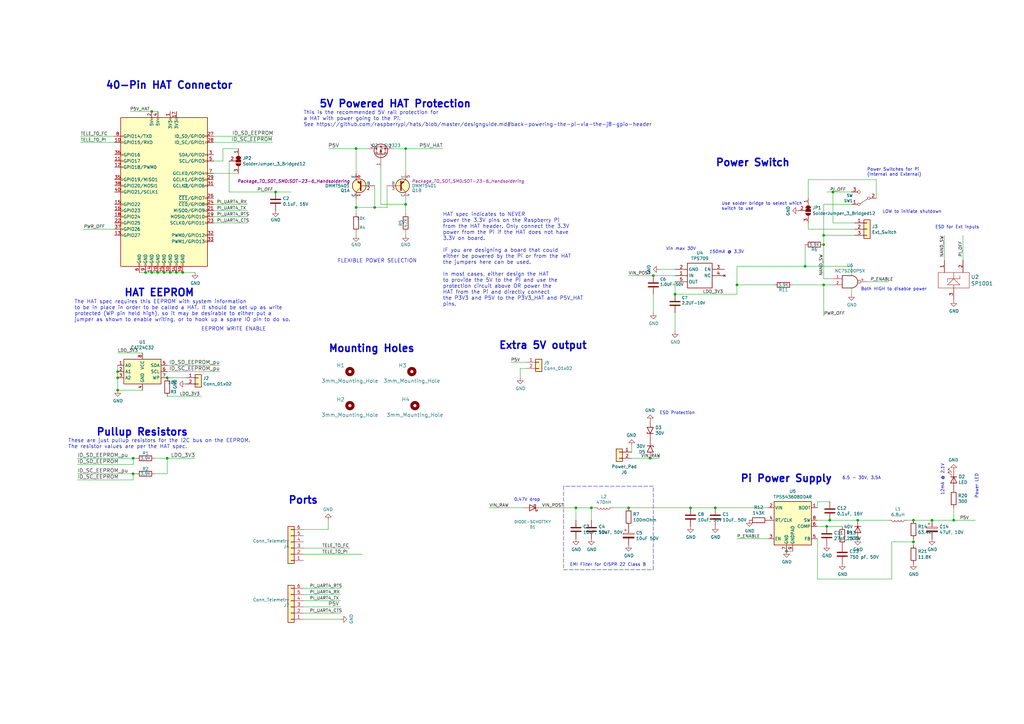
<source format=kicad_sch>
(kicad_sch (version 20211123) (generator eeschema)
  (paper "A3")
  (title_block (title "PiConnect Lite") (date "2020-08-16") (rev "1.4") (company "Stephen Dade"))
  (junction (at 54.61 194.31))
  (junction (at 341.63 78.74))
  (junction (at 293.37 208.28))
  (junction (at 337.82 116.84))
  (junction (at 166.37 83.82))
  (junction (at 266.7 187.96))
  (junction (at 48.26 152.4))
  (junction (at 276.86 120.65))
  (junction (at 283.21 208.28))
  (junction (at 337.82 100.33))
  (junction (at 382.27 213.36))
  (junction (at 146.05 60.96))
  (junction (at 166.37 60.96))
  (junction (at 62.23 111.76))
  (junction (at 242.57 208.28))
  (junction (at 62.23 45.72))
  (junction (at 68.58 187.96))
  (junction (at 69.85 111.76))
  (junction (at 374.65 222.25))
  (junction (at 257.81 208.28))
  (junction (at 59.69 111.76))
  (junction (at 374.65 213.36))
  (junction (at 153.67 85.09))
  (junction (at 330.2 109.22))
  (junction (at 236.22 208.28))
  (junction (at 72.39 111.76))
  (junction (at 48.26 160.02))
  (junction (at 302.26 116.84))
  (junction (at 48.26 154.94))
  (junction (at 64.77 111.76))
  (junction (at 339.09 215.9))
  (junction (at 67.31 111.76))
  (junction (at 340.36 213.36))
  (junction (at 391.16 213.36))
  (junction (at 337.82 96.52))
  (junction (at 351.79 213.36))
  (junction (at 74.93 111.76))
  (junction (at 54.61 187.96))
  (junction (at 68.58 154.94))
  (junction (at 146.05 85.09))
  (junction (at 113.03 78.74))
  (junction (at 267.97 113.03))
  (junction (at 322.58 226.06))
  (wire (pts (xy 156.21 83.82) (xy 166.37 83.82)))
  (wire (pts (xy 166.37 81.28) (xy 166.37 83.82)))
  (wire (pts (xy 349.25 118.11) (xy 349.25 120.65)))
  (wire (pts (xy 124.46 251.46) (xy 139.7 251.46)))
  (wire (pts (xy 214.63 208.28) (xy 200.66 208.28)))
  (wire (pts (xy 91.44 60.96) (xy 91.44 66.04)))
  (wire (pts (xy 87.63 91.44) (xy 101.6 91.44)))
  (wire (pts (xy 54.61 190.5) (xy 54.61 187.96)))
  (wire (pts (xy 259.08 185.42) (xy 259.08 182.88)))
  (wire (pts (xy 293.37 208.28) (xy 314.96 208.28)))
  (polyline (pts (xy 267.97 199.39) (xy 231.14 199.39)))
  (wire (pts (xy 341.63 91.44) (xy 341.63 78.74)))
  (wire (pts (xy 62.23 111.76) (xy 64.77 111.76)))
  (wire (pts (xy 365.76 222.25) (xy 365.76 237.49)))
  (wire (pts (xy 54.61 196.85) (xy 31.75 196.85)))
  (wire (pts (xy 341.63 91.44) (xy 350.52 91.44)))
  (wire (pts (xy 68.58 154.94) (xy 76.2 154.94)))
  (wire (pts (xy 365.76 222.25) (xy 374.65 222.25)))
  (wire (pts (xy 93.98 66.04) (xy 93.98 78.74)))
  (wire (pts (xy 215.9 148.59) (xy 209.55 148.59)))
  (wire (pts (xy 69.85 111.76) (xy 72.39 111.76)))
  (wire (pts (xy 335.28 208.28) (xy 335.28 205.74)))
  (wire (pts (xy 134.62 60.96) (xy 146.05 60.96)))
  (wire (pts (xy 31.75 187.96) (xy 54.61 187.96)))
  (wire (pts (xy 330.2 109.22) (xy 302.26 109.22)))
  (wire (pts (xy 251.46 208.28) (xy 257.81 208.28)))
  (wire (pts (xy 58.42 160.02) (xy 48.26 160.02)))
  (wire (pts (xy 67.31 111.76) (xy 69.85 111.76)))
  (wire (pts (xy 257.81 113.03) (xy 267.97 113.03)))
  (wire (pts (xy 54.61 194.31) (xy 55.88 194.31)))
  (wire (pts (xy 331.47 81.28) (xy 331.47 73.66)))
  (wire (pts (xy 394.97 106.68) (xy 394.97 96.52)))
  (wire (pts (xy 34.29 93.98) (xy 46.99 93.98)))
  (wire (pts (xy 156.21 83.82) (xy 156.21 68.58)))
  (wire (pts (xy 302.26 116.84) (xy 302.26 120.65)))
  (wire (pts (xy 391.16 208.28) (xy 391.16 213.36)))
  (wire (pts (xy 124.46 227.33) (xy 148.59 227.33)))
  (wire (pts (xy 87.63 86.36) (xy 101.6 86.36)))
  (wire (pts (xy 337.82 114.3) (xy 341.63 114.3)))
  (wire (pts (xy 124.46 254) (xy 139.7 254)))
  (wire (pts (xy 161.29 60.96) (xy 166.37 60.96)))
  (wire (pts (xy 63.5 187.96) (xy 68.58 187.96)))
  (wire (pts (xy 335.28 205.74) (xy 340.36 205.74)))
  (wire (pts (xy 31.75 194.31) (xy 54.61 194.31)))
  (wire (pts (xy 257.81 208.28) (xy 283.21 208.28)))
  (wire (pts (xy 302.26 116.84) (xy 317.5 116.84)))
  (wire (pts (xy 153.67 76.2) (xy 153.67 85.09)))
  (wire (pts (xy 337.82 83.82) (xy 337.82 96.52)))
  (wire (pts (xy 259.08 187.96) (xy 266.7 187.96)))
  (wire (pts (xy 54.61 187.96) (xy 55.88 187.96)))
  (wire (pts (xy 146.05 71.12) (xy 146.05 60.96)))
  (wire (pts (xy 166.37 60.96) (xy 181.61 60.96)))
  (wire (pts (xy 46.99 58.42) (xy 33.02 58.42)))
  (wire (pts (xy 267.97 120.65) (xy 267.97 128.27)))
  (wire (pts (xy 337.82 96.52) (xy 337.82 100.33)))
  (wire (pts (xy 58.42 144.78) (xy 48.26 144.78)))
  (wire (pts (xy 68.58 149.86) (xy 90.17 149.86)))
  (wire (pts (xy 350.52 93.98) (xy 331.47 93.98)))
  (wire (pts (xy 337.82 116.84) (xy 341.63 116.84)))
  (wire (pts (xy 166.37 83.82) (xy 166.37 87.63)))
  (wire (pts (xy 359.41 73.66) (xy 359.41 81.28)))
  (wire (pts (xy 322.58 226.06) (xy 325.12 226.06)))
  (wire (pts (xy 57.15 111.76) (xy 59.69 111.76)))
  (wire (pts (xy 146.05 85.09) (xy 153.67 85.09)))
  (wire (pts (xy 267.97 113.03) (xy 276.86 113.03)))
  (wire (pts (xy 124.46 246.38) (xy 139.7 246.38)))
  (wire (pts (xy 87.63 83.82) (xy 101.6 83.82)))
  (wire (pts (xy 87.63 55.88) (xy 111.76 55.88)))
  (wire (pts (xy 243.84 208.28) (xy 242.57 208.28)))
  (wire (pts (xy 124.46 217.17) (xy 134.62 217.17)))
  (wire (pts (xy 350.52 96.52) (xy 337.82 96.52)))
  (wire (pts (xy 349.25 109.22) (xy 330.2 109.22)))
  (wire (pts (xy 374.65 222.25) (xy 374.65 223.52)))
  (polyline (pts (xy 231.14 233.68) (xy 267.97 233.68)))
  (wire (pts (xy 87.63 88.9) (xy 101.6 88.9)))
  (wire (pts (xy 374.65 213.36) (xy 382.27 213.36)))
  (wire (pts (xy 64.77 45.72) (xy 62.23 45.72)))
  (wire (pts (xy 64.77 111.76) (xy 67.31 111.76)))
  (wire (pts (xy 68.58 187.96) (xy 80.01 187.96)))
  (wire (pts (xy 340.36 213.36) (xy 351.79 213.36)))
  (wire (pts (xy 349.25 83.82) (xy 337.82 83.82)))
  (wire (pts (xy 124.46 248.92) (xy 139.7 248.92)))
  (wire (pts (xy 335.28 237.49) (xy 365.76 237.49)))
  (polyline (pts (xy 231.14 199.39) (xy 231.14 233.68)))
  (wire (pts (xy 48.26 149.86) (xy 48.26 152.4)))
  (wire (pts (xy 153.67 85.09) (xy 158.75 85.09)))
  (wire (pts (xy 68.58 152.4) (xy 90.17 152.4)))
  (wire (pts (xy 349.25 78.74) (xy 341.63 78.74)))
  (wire (pts (xy 87.63 58.42) (xy 111.76 58.42)))
  (wire (pts (xy 124.46 241.3) (xy 139.7 241.3)))
  (wire (pts (xy 382.27 213.36) (xy 391.16 213.36)))
  (wire (pts (xy 124.46 243.84) (xy 139.7 243.84)))
  (wire (pts (xy 68.58 194.31) (xy 68.58 187.96)))
  (wire (pts (xy 335.28 220.98) (xy 335.28 237.49)))
  (wire (pts (xy 46.99 55.88) (xy 33.02 55.88)))
  (wire (pts (xy 222.25 208.28) (xy 236.22 208.28)))
  (wire (pts (xy 213.36 151.13) (xy 213.36 154.94)))
  (wire (pts (xy 93.98 78.74) (xy 113.03 78.74)))
  (wire (pts (xy 146.05 60.96) (xy 151.13 60.96)))
  (wire (pts (xy 215.9 151.13) (xy 213.36 151.13)))
  (wire (pts (xy 276.86 115.57) (xy 276.86 120.65)))
  (wire (pts (xy 158.75 85.09) (xy 158.75 76.2)))
  (wire (pts (xy 331.47 93.98) (xy 331.47 91.44)))
  (wire (pts (xy 72.39 111.76) (xy 74.93 111.76)))
  (wire (pts (xy 87.63 71.12) (xy 97.79 71.12)))
  (wire (pts (xy 54.61 196.85) (xy 54.61 194.31)))
  (wire (pts (xy 166.37 71.12) (xy 166.37 60.96)))
  (wire (pts (xy 335.28 215.9) (xy 339.09 215.9)))
  (wire (pts (xy 74.93 111.76) (xy 80.01 111.76)))
  (wire (pts (xy 146.05 81.28) (xy 146.05 85.09)))
  (wire (pts (xy 349.25 113.03) (xy 349.25 109.22)))
  (wire (pts (xy 391.16 213.36) (xy 400.05 213.36)))
  (wire (pts (xy 330.2 100.33) (xy 330.2 109.22)))
  (wire (pts (xy 166.37 96.52) (xy 166.37 95.25)))
  (wire (pts (xy 325.12 116.84) (xy 337.82 116.84)))
  (wire (pts (xy 59.69 111.76) (xy 62.23 111.76)))
  (wire (pts (xy 54.61 190.5) (xy 31.75 190.5)))
  (wire (pts (xy 68.58 162.56) (xy 82.55 162.56)))
  (wire (pts (xy 146.05 85.09) (xy 146.05 87.63)))
  (wire (pts (xy 146.05 96.52) (xy 146.05 95.25)))
  (wire (pts (xy 341.63 78.74) (xy 339.09 78.74)))
  (wire (pts (xy 372.11 213.36) (xy 374.65 213.36)))
  (wire (pts (xy 266.7 187.96) (xy 270.51 187.96)))
  (wire (pts (xy 124.46 224.79) (xy 143.51 224.79)))
  (wire (pts (xy 302.26 220.98) (xy 314.96 220.98)))
  (wire (pts (xy 351.79 213.36) (xy 364.49 213.36)))
  (wire (pts (xy 242.57 208.28) (xy 242.57 213.36)))
  (wire (pts (xy 355.6 115.57) (xy 364.49 115.57)))
  (wire (pts (xy 97.79 60.96) (xy 91.44 60.96)))
  (polyline (pts (xy 267.97 233.68) (xy 267.97 199.39)))
  (wire (pts (xy 276.86 120.65) (xy 302.26 120.65)))
  (wire (pts (xy 48.26 152.4) (xy 48.26 154.94)))
  (wire (pts (xy 283.21 208.28) (xy 293.37 208.28)))
  (wire (pts (xy 337.82 100.33) (xy 337.82 114.3)))
  (wire (pts (xy 335.28 213.36) (xy 340.36 213.36)))
  (wire (pts (xy 339.09 215.9) (xy 345.44 215.9)))
  (wire (pts (xy 387.35 106.68) (xy 387.35 96.52)))
  (wire (pts (xy 276.86 110.49) (xy 270.51 110.49)))
  (wire (pts (xy 68.58 194.31) (xy 63.5 194.31)))
  (wire (pts (xy 91.44 66.04) (xy 87.63 66.04)))
  (wire (pts (xy 337.82 116.84) (xy 337.82 129.54)))
  (wire (pts (xy 113.03 78.74) (xy 119.38 78.74)))
  (wire (pts (xy 331.47 73.66) (xy 359.41 73.66)))
  (wire (pts (xy 302.26 109.22) (xy 302.26 116.84)))
  (wire (pts (xy 62.23 45.72) (xy 53.34 45.72)))
  (wire (pts (xy 276.86 128.27) (xy 276.86 135.89)))
  (wire (pts (xy 48.26 154.94) (xy 48.26 160.02)))
  (wire (pts (xy 242.57 208.28) (xy 236.22 208.28)))
  (wire (pts (xy 374.65 220.98) (xy 374.65 222.25)))
  (wire (pts (xy 236.22 208.28) (xy 236.22 213.36)))
  (wire (pts (xy 134.62 217.17) (xy 134.62 213.36)))
  (text "12mA @ 2.1V" (at 387.35 203.2 90) (effects (font (size 1.27 1.27)) (justify left bottom)))
  (text "ESD Protection" (at 270.51 170.18 0) (effects (font (size 1.27 1.27)) (justify left bottom)))
  (text "Mounting Holes" (at 134.62 144.78 0) (effects (font (size 2.9972 2.9972) (thickness 0.5994) bold) (justify left bottom)))
  (text "HAT spec indicates to NEVER\npower the 3.3V pins on the Raspberry Pi \nfrom the HAT header. Only connect the 3.3V\npower from the Pi if the HAT does not have\n3.3V on board.\n\nIF you are designing a board that could\neither be powered by the Pi or from the HAT\nthe jumpers here can be used.\n\nIn most cases, either design the HAT \nto provide the 5V to the Pi and use the\nprotection circuit above OR power the\nHAT from the Pi and directly connect\nthe P3V3 and P5V to the P3V3_HAT and P5V_HAT\npins." (at 181.61 125.73 0) (effects (font (size 1.524 1.524)) (justify left bottom)))
  (text "Both HIGH to disable power" (at 353.06 119.38 0) (effects (font (size 1.27 1.27)) (justify left bottom)))
  (text "Power Switch" (at 293.37 68.58 0) (effects (font (size 2.9972 2.9972) (thickness 0.5994) bold) (justify left bottom)))
  (text "HAT EEPROM" (at 50.8 121.92 0) (effects (font (size 2.9972 2.9972) (thickness 0.5994) bold) (justify left bottom)))
  (text "EMI Filter for CISPR 22 Class B" (at 233.68 232.41 0) (effects (font (size 1.27 1.27)) (justify left bottom)))
  (text "150mA @ 3.3V" (at 290.83 104.14 0) (effects (font (size 1.27 1.27) italic) (justify left bottom)))
  (text "EEPROM WRITE ENABLE" (at 82.55 135.89 0) (effects (font (size 1.524 1.524)) (justify left bottom)))
  (text "Ports" (at 118.11 207.01 0) (effects (font (size 2.9972 2.9972) (thickness 0.5994) bold) (justify left bottom)))
  (text "FLEXIBLE POWER SELECTION" (at 138.43 107.95 0) (effects (font (size 1.524 1.524)) (justify left bottom)))
  (text "6.5 - 30V, 3.5A" (at 345.44 196.85 0) (effects (font (size 1.27 1.27)) (justify left bottom)))
  (text "Use solder bridge to select which\nswitch to use" (at 295.91 86.36 0) (effects (font (size 1.27 1.27)) (justify left bottom)))
  (text "Pi Power Supply" (at 303.53 198.12 0) (effects (font (size 2.9972 2.9972) (thickness 0.5994) bold) (justify left bottom)))
  (text "Pullup Resistors" (at 39.37 179.07 0) (effects (font (size 2.9972 2.9972) (thickness 0.5994) bold) (justify left bottom)))
  (text "Power Switches for Pi\n(Internal and External)" (at 355.6 72.39 0) (effects (font (size 1.27 1.27)) (justify left bottom)))
  (text "The HAT spec requires this EEPROM with system information\nto be in place in order to be called a HAT. It should be set up as write\nprotected (WP pin held high), so it may be desirable to either put a \njumper as shown to enable writing, or to hook up a spare IO pin to do so." (at 30.48 132.08 0) (effects (font (size 1.524 1.524)) (justify left bottom)))
  (text "0.47V drop" (at 210.82 205.74 0) (effects (font (size 1.27 1.27)) (justify left bottom)))
  (text "Vin max 30V" (at 273.05 102.87 0) (effects (font (size 1.27 1.27) italic) (justify left bottom)))
  (text "LOW to initiate shutdown" (at 361.95 87.63 0) (effects (font (size 1.27 1.27)) (justify left bottom)))
  (text "This is the recommended 5V rail protection for \na HAT with power going to the Pi.\nSee https://github.com/raspberrypi/hats/blob/master/designguide.md#back-powering-the-pi-via-the-j8-gpio-header" (at 124.46 52.07 0) (effects (font (size 1.524 1.524)) (justify left bottom)))
  (text "ESD for Ext inputs" (at 383.54 93.98 0) (effects (font (size 1.27 1.27)) (justify left bottom)))
  (text "These are just pullup resistors for the I2C bus on the EEPROM.\nThe resistor values are per the HAT spec." (at 27.94 184.15 0) (effects (font (size 1.524 1.524)) (justify left bottom)))
  (text "Power LED" (at 401.32 204.47 90) (effects (font (size 1.27 1.27)) (justify left bottom)))
  (text "Extra 5V output" (at 204.47 143.51 0) (effects (font (size 2.9972 2.9972) (thickness 0.5994) bold) (justify left bottom)))
  (text "40-Pin HAT Connector" (at 43.18 36.83 0) (effects (font (size 2.9972 2.9972) (thickness 0.5994) bold) (justify left bottom)))
  (text "5V Powered HAT Protection" (at 130.81 44.45 0) (effects (font (size 2.9972 2.9972) (thickness 0.5994) bold) (justify left bottom)))
  (label "PI_UART4_RX" (at 127 243.84 0))
  (label "ID_SC_EEPROM" (at 31.75 196.85 0) (effects (font (size 1.524 1.524))))
  (label "ID_SD_EEPROM" (at 95.25 55.88 0) (effects (font (size 1.524 1.524))))
  (label "PI_UART4_CTS" (at 127 251.46 0))
  (label "PI_UART4_CTS" (at 88.9 91.44 0))
  (label "LDO_3V3" (at 288.29 120.65 0))
  (label "PWR_OFF" (at 34.29 93.98 0) (effects (font italic)))
  (label "TELE_TO_PI" (at 132.08 227.33 0))
  (label "LDO_3V3" (at 73.66 162.56 0))
  (label "VIN_POST" (at 257.81 113.03 0))
  (label "P5V" (at 209.55 148.59 0))
  (label "TELE_TO_FC" (at 132.08 224.79 0))
  (label "PI_UART4_RX" (at 88.9 83.82 0))
  (label "PI_OFF" (at 394.97 105.41 90) (effects (font italic)))
  (label "NAND_SW" (at 337.82 113.03 90))
  (label "PI_UART4_RTS" (at 88.9 88.9 0))
  (label "P5V_HAT" (at 181.61 60.96 180) (effects (font (size 1.524 1.524))))
  (label "ID_SD_EEPROM" (at 31.75 190.5 0) (effects (font (size 1.524 1.524))))
  (label "TELE_TO_FC" (at 33.02 55.88 0))
  (label "VIN_POST" (at 222.25 208.28 0))
  (label "ID_SC_EEPROM" (at 111.76 58.42 180) (effects (font (size 1.524 1.524))))
  (label "PWR_OFF" (at 337.82 129.54 0) (effects (font italic)))
  (label "ID_SC_EEPROM_pu" (at 31.75 194.31 0) (effects (font (size 1.524 1.524))))
  (label "P5V" (at 134.62 60.96 0) (effects (font (size 1.524 1.524))))
  (label "PI_OFF" (at 340.36 78.74 0) (effects (font italic)))
  (label "NAND_SW" (at 387.35 105.41 90))
  (label "VIN_RAW" (at 262.89 187.96 0))
  (label "P5V" (at 393.7 213.36 0))
  (label "VIN_RAW" (at 200.66 208.28 0))
  (label "LDO_3V3" (at 80.01 187.96 180) (effects (font (size 1.524 1.524))))
  (label "PI_OFF" (at 105.41 78.74 0) (effects (font italic)))
  (label "P_ENABLE" (at 302.26 220.98 0))
  (label "P5V_HAT" (at 53.34 45.72 0))
  (label "PI_UART4_TX" (at 88.9 86.36 0))
  (label "LDO_3V3" (at 48.26 144.78 0))
  (label "P5V" (at 134.62 248.92 0) (effects (font (size 1.524 1.524))))
  (label "ID_SC_EEPROM_pu" (at 90.17 152.4 180) (effects (font (size 1.524 1.524))))
  (label "PI_UART4_TX" (at 127 246.38 0))
  (label "ID_SD_EEPROM_pu" (at 31.75 187.96 0) (effects (font (size 1.524 1.524))))
  (label "PI_UART4_RTS" (at 127 241.3 0))
  (label "TELE_TO_PI" (at 33.02 58.42 0))
  (label "ID_SD_EEPROM_pu" (at 90.17 149.86 180) (effects (font (size 1.524 1.524))))
  (label "P_ENABLE" (at 356.87 115.57 0) (effects (font italic)))
  (symbol (lib_id "Mechanical:MountingHole") (at 143.51 152.4 0) (unit 1) (in_bom no)
    (property "Reference" "H1" (at 139.7 149.86 0) (effects (font (size 1.524 1.524))))
    (property "Value" "3mm_Mounting_Hole" (at 143.51 156.21 0) (effects (font (size 1.524 1.524))))
    (property "Footprint" "MountingHole:MountingHole_3.2mm_M3_ISO7380" (effects hide))
  )
  (symbol (lib_id "Mechanical:MountingHole") (at 168.91 152.4 0) (unit 1) (in_bom no)
    (property "Reference" "H3" (at 165.1 149.86 0) (effects (font (size 1.524 1.524))))
    (property "Value" "3mm_Mounting_Hole" (at 168.91 156.21 0) (effects (font (size 1.524 1.524))))
    (property "Footprint" "MountingHole:MountingHole_3.2mm_M3_ISO7380" (effects hide))
  )
  (symbol (lib_id "Mechanical:MountingHole") (at 143.51 166.37 0) (unit 1) (in_bom no)
    (property "Reference" "H2" (at 139.7 163.83 0) (effects (font (size 1.524 1.524))))
    (property "Value" "3mm_Mounting_Hole" (at 143.51 170.18 0) (effects (font (size 1.524 1.524))))
    (property "Footprint" "MountingHole:MountingHole_3.2mm_M3_ISO7380" (effects hide))
  )
  (symbol (lib_id "Mechanical:MountingHole") (at 170.18 166.37 0) (unit 1) (in_bom no)
    (property "Reference" "H4" (at 166.37 163.83 0) (effects (font (size 1.524 1.524))))
    (property "Value" "3mm_Mounting_Hole" (at 170.18 170.18 0) (effects (font (size 1.524 1.524))))
    (property "Footprint" "MountingHole:MountingHole_3.2mm_M3_ISO7380" (effects hide))
  )
  (symbol (lib_id "Connector:Raspberry_Pi_2_3") (at 67.31 78.74 0) (unit 1)
    (property "Reference" "J1" (at 76.2 76.2 0))
    (property "Value" "40HAT" (effects hide))
    (property "Footprint" "Connector_PinSocket_2.54mm:PinSocket_2x20_P2.54mm_Vertical" (effects hide))
    (property "MFR" "Sullins Connector Solutions" (effects hide))
    (property "MPN" "PPPC202LFBN-RC" (effects hide))
    (property "SPN" "S7123-ND" (effects hide))
    (property "SPR" "Digikey" (effects hide))
    (property "Max Temp (C)" "105" (effects hide))
    (property "Min Temp (C)" "-40" (effects hide))
  )
  (symbol (lib_id "Transistor_FET:Si2371EDS") (at 156.21 63.5 90) (unit 1)
    (property "Reference" "Q2" (at 152.4 59.69 90) (effects (justify right)))
    (property "Value" "SI2323" (at 157.48 59.69 90) (effects (justify right)))
    (property "Footprint" "Package_TO_SOT_SMD:SOT-23" (effects hide))
    (property "MFR" "Vishay Siliconix" (effects hide))
    (property "MPN" "SI2323DDS-T1-GE3" (effects hide))
    (property "SPN" "SI2323DDS-T1-GE3CT-ND" (effects hide))
    (property "SPR" "Digikey" (effects hide))
    (property "Max Temp (C)" "150" (effects hide))
    (property "Min Temp (C)" "-55" (effects hide))
  )
  (symbol (lib_id "PiBits:DMMT5401") (at 148.59 76.2 180) (unit 1)
    (property "Reference" "Q1" (at 143.51 78.105 0) (effects (justify left)))
    (property "Value" "DMMT5401" (at 143.51 76.2 0) (effects (justify left)))
    (property "Footprint" "Package_TO_SOT_SMD:SOT-23-6_Handsoldering" (at 143.51 74.295 0) (effects (font italic) (justify left)))
    (property "MFR" "DiodesZetex" (effects hide))
    (property "MPN" "DMMT5401-7-F" (effects hide))
    (property "SPN" "DMMT5401-FDICT-ND" (effects hide))
    (property "SPR" "Digikey" (effects hide))
    (property "Max Temp (C)" "150" (effects hide))
    (property "Min Temp (C)" "-55" (effects hide))
  )
  (symbol (lib_id "PiBits:DMMT5401") (at 163.83 76.2 0) (mirror x) (unit 2)
    (property "Reference" "Q1" (at 168.91 78.105 0) (effects (justify left)))
    (property "Value" "DMMT5401" (at 168.91 76.2 0) (effects (justify left)))
    (property "Footprint" "Package_TO_SOT_SMD:SOT-23-6_Handsoldering" (at 168.91 74.295 0) (effects (font italic) (justify left)))
    (property "MFR" "DiodesZetex" (effects hide))
    (property "MPN" "DMMT5401-7-F" (effects hide))
    (property "SPN" "DMMT5401-FDICT-ND" (effects hide))
    (property "SPR" "Digikey" (effects hide))
    (property "Max Temp (C)" "150" (effects hide))
    (property "Min Temp (C)" "-55" (effects hide))
  )
  (symbol (lib_id "Device:R") (at 146.05 91.44 180) (unit 1)
    (property "Reference" "R4" (at 149.86 92.71 0) (effects (font (size 1.143 1.143)) (justify left bottom)))
    (property "Value" "10K" (at 149.86 88.9 0) (effects (font (size 1.143 1.143)) (justify left bottom)))
    (property "Footprint" "Resistor_SMD:R_0603_1608Metric" (effects hide))
    (property "MPN" "ERJ-3EKF1002V" (effects hide))
    (property "SPR" "Digikey" (effects hide))
    (property "SPN" "P10.0KHCT-ND" (effects hide))
    (property "MFR" "Panasonic Electronic Components" (effects hide))
    (property "Max Temp (C)" "155" (effects hide))
    (property "Min Temp (C)" "-55" (effects hide))
  )
  (symbol (lib_id "Device:R") (at 166.37 91.44 180) (unit 1)
    (property "Reference" "R5" (at 164.338 91.44 90))
    (property "Value" "47K" (at 166.37 91.44 90))
    (property "Footprint" "Resistor_SMD:R_0402_1005Metric" (effects hide))
    (property "MPN" "RC0402JR-0747KL" (effects hide))
    (property "SPR" "Digikey" (effects hide))
    (property "SPN" "311-47KJRCT-ND" (effects hide))
    (property "MFR" "Yageo" (effects hide))
    (property "Max Temp (C)" "155" (effects hide))
    (property "Min Temp (C)" "-55" (effects hide))
  )
  (symbol (lib_id "power:GND") (at 146.05 96.52 0) (unit 1)
    (property "Reference" "#PWR07" (effects hide))
    (property "Value" "GND" (at 146.05 100.33 0))
  )
  (symbol (lib_id "power:GND") (at 166.37 96.52 0) (unit 1)
    (property "Reference" "#PWR011" (effects hide))
    (property "Value" "GND" (at 166.37 100.33 0))
  )
  (symbol (lib_id "Device:R") (at 59.69 187.96 90) (unit 1)
    (property "Reference" "R1" (at 59.69 185.928 90))
    (property "Value" "3.9K" (at 59.69 187.96 90))
    (property "Footprint" "Resistor_SMD:R_0603_1608Metric" (effects hide))
    (property "MPN" "RC0603JR-073K9L" (effects hide))
    (property "SPR" "Digikey" (effects hide))
    (property "SPN" "311-3.9KGRCT-ND" (effects hide))
    (property "MFR" "Yageo" (effects hide))
    (property "Max Temp (C)" "155" (effects hide))
    (property "Min Temp (C)" "-55" (effects hide))
  )
  (symbol (lib_id "Device:R") (at 59.69 194.31 90) (unit 1)
    (property "Reference" "R2" (at 59.69 192.278 90))
    (property "Value" "3.9K" (at 59.69 194.31 90))
    (property "Footprint" "Resistor_SMD:R_0603_1608Metric" (effects hide))
    (property "MPN" "RC0603JR-073K9L" (effects hide))
    (property "SPR" "Digikey" (effects hide))
    (property "SPN" "311-3.9KGRCT-ND" (effects hide))
    (property "MFR" "Yageo" (effects hide))
    (property "Max Temp (C)" "155" (effects hide))
    (property "Min Temp (C)" "-55" (effects hide))
  )
  (symbol (lib_id "Device:R") (at 321.31 116.84 270) (unit 1)
    (property "Reference" "R11" (at 321.31 118.872 90))
    (property "Value" "3.9K" (at 321.31 116.84 90))
    (property "Footprint" "Resistor_SMD:R_0603_1608Metric" (effects hide))
    (property "MPN" "RC0603JR-073K9L" (effects hide))
    (property "SPR" "Digikey" (effects hide))
    (property "SPN" "311-3.9KGRCT-ND" (effects hide))
    (property "MFR" "Yageo" (effects hide))
    (property "Max Temp (C)" "155" (effects hide))
    (property "Min Temp (C)" "-55" (effects hide))
  )
  (symbol (lib_id "74xGxx:74AHC1G00") (at 349.25 115.57 0) (unit 1)
    (property "Reference" "U6" (at 348.615 108.7882 0))
    (property "Value" "NC7SZ00P5X" (at 348.615 111.0996 0))
    (property "Footprint" "Silicon-Standard:SC70" (effects hide))
    (property "MFR" "ON Semiconductor" (effects hide))
    (property "MPN" "NC7SZ00P5X" (effects hide))
    (property "SPN" "NC7SZ00P5XCT-ND" (effects hide))
    (property "SPR" "Digikey" (effects hide))
    (property "Max Temp (C)" "85" (effects hide))
    (property "Min Temp (C)" "-40" (effects hide))
  )
  (symbol (lib_id "Device:C") (at 267.97 116.84 0) (unit 1)
    (property "Reference" "C6" (at 270.7132 114.5032 0) (effects (font (size 1.143 1.143)) (justify left)))
    (property "Value" "1.0UF-50V" (at 270.7132 116.6368 0) (effects (font (size 1.143 1.143)) (justify left)))
    (property "Footprint" "Capacitor_SMD:C_0805_2012Metric" (effects hide))
    (property "MFR" "Yageo" (effects hide))
    (property "MPN" "CC0805KKX7R9BB105" (effects hide))
    (property "SPN" "311-1886-1-ND" (effects hide))
    (property "Max Temp (C)" "125" (effects hide))
    (property "Min Temp (C)" "-55" (effects hide))
    (property "SPR" "Digikey" (effects hide))
  )
  (symbol (lib_id "Device:C") (at 276.86 124.46 0) (unit 1)
    (property "Reference" "C7" (at 279.6032 122.1232 0) (effects (font (size 1.143 1.143)) (justify left)))
    (property "Value" "2.2UF-10V" (at 279.6032 124.2568 0) (effects (font (size 1.143 1.143)) (justify left)))
    (property "Footprint" "Capacitor_SMD:C_0402_1005Metric" (effects hide))
    (property "MFR" "Murata Electronics" (effects hide))
    (property "MPN" "GRM155R61A225KE95D" (effects hide))
    (property "SPN" "490-10451-1-ND" (effects hide))
    (property "SPR" "Digikey" (effects hide))
    (property "Max Temp (C)" "85" (effects hide))
    (property "Min Temp (C)" "-55" (effects hide))
  )
  (symbol (lib_id "Connector_Generic:Conn_01x02") (at 254 185.42 0) (mirror y) (unit 1) (in_bom no)
    (property "Reference" "J6" (at 256.032 193.675 0))
    (property "Value" "Power_Pad" (at 256.032 191.3636 0))
    (property "Footprint" "Connector_Molex:Molex_Nano-Fit_105313-xx02_1x02_P2.50mm_Horizontal" (effects hide))
    (property "MFR" "Molex" (effects hide))
    (property "MPN" "1053131102" (effects hide))
    (property "SPN" "WM16893-ND" (effects hide))
    (property "SPR" "Digikey" (effects hide))
  )
  (symbol (lib_id "power:GND") (at 259.08 182.88 180) (unit 1)
    (property "Reference" "#PWR021" (effects hide))
    (property "Value" "GND" (at 258.953 178.4858 0))
  )
  (symbol (lib_id "power:GND") (at 267.97 128.27 0) (unit 1)
    (property "Reference" "#PWR019" (effects hide))
    (property "Value" "GND" (at 268.097 132.6642 0))
  )
  (symbol (lib_id "power:GND") (at 270.51 110.49 270) (unit 1)
    (property "Reference" "#PWR020" (effects hide))
    (property "Value" "GND" (at 266.1158 110.617 0))
  )
  (symbol (lib_id "power:GND") (at 276.86 135.89 0) (unit 1)
    (property "Reference" "#PWR022" (effects hide))
    (property "Value" "GND" (at 276.987 140.2842 0))
  )
  (symbol (lib_id "power:GND") (at 349.25 120.65 0) (unit 1)
    (property "Reference" "#PWR029" (effects hide))
    (property "Value" "GND" (at 349.377 125.0442 0))
  )
  (symbol (lib_id "power:GND") (at 48.26 160.02 0) (unit 1)
    (property "Reference" "#PWR02" (effects hide))
    (property "Value" "GND" (at 48.387 164.4142 0))
  )
  (symbol (lib_id "power:GND") (at 80.01 111.76 0) (unit 1)
    (property "Reference" "#PWR04" (effects hide))
    (property "Value" "GND" (at 80.137 116.1542 0))
  )
  (symbol (lib_id "TI_additional:TPS709") (at 287.02 113.03 0) (unit 1)
    (property "Reference" "U4" (at 287.02 103.7082 0))
    (property "Value" "TPS709" (at 287.02 106.0196 0))
    (property "Footprint" "Package_TO_SOT_SMD:SOT-23-5_HandSoldering" (effects hide))
    (property "MFR" "TI" (effects hide))
    (property "MPN" "TPS70933DBVR" (effects hide))
    (property "SPN" "296-35483-1-ND" (effects hide))
    (property "SPR" "Digikey" (effects hide))
    (property "Max Temp (C)" "125" (effects hide))
    (property "Min Temp (C)" "-40" (effects hide))
  )
  (symbol (lib_id "Connector_Generic:Conn_01x06") (at 119.38 224.79 180) (unit 1)
    (property "Reference" "J4" (at 118.6688 224.1804 0) (effects (justify left)))
    (property "Value" "Conn_Telemetry" (at 118.6688 221.869 0) (effects (justify left)))
    (property "Footprint" "Connector_JST:JST_GH_SM06B-GHS-TB_1x06-1MP_P1.25mm_Horizontal" (effects hide))
    (property "MFR" "JST Sales America Inc." (effects hide))
    (property "MPN" "SM06B-GHS-TB(LF)(SN)" (effects hide))
    (property "SPN" "455-1568-1-ND" (effects hide))
    (property "SPR" "Digikey" (effects hide))
    (property "Max Temp (C)" "85" (effects hide))
    (property "Min Temp (C)" "-25" (effects hide))
  )
  (symbol (lib_id "power:GND") (at 134.62 213.36 180) (unit 1)
    (property "Reference" "#PWR09" (effects hide))
    (property "Value" "GND" (at 134.493 208.9658 0))
  )
  (symbol (lib_id "Memory_EEPROM:CAT24C256") (at 58.42 152.4 0) (unit 1)
    (property "Reference" "U1" (at 58.42 140.2588 0))
    (property "Value" "CAT24C32" (at 58.42 142.5702 0))
    (property "Footprint" "Package_SO:SOIC-8_3.9x4.9mm_P1.27mm" (effects hide))
    (property "MPN" "CAT24C32WI-GT3 " (effects hide))
    (property "SPN" "CAT24C32WI-GT3CT-ND" (effects hide))
    (property "SPR" "Digikey" (effects hide))
    (property "MFR" "ON Semiconductor" (effects hide))
    (property "Max Temp (C)" "85" (effects hide))
    (property "Min Temp (C)" "-40" (effects hide))
  )
  (symbol (lib_id "Device:D_Schottky") (at 218.44 208.28 180) (unit 1)
    (property "Reference" "D1" (at 218.44 216.154 0) (effects (font (size 1.143 1.143))))
    (property "Value" "DIODE-SCHOTTKY" (at 218.44 214.0204 0) (effects (font (size 1.143 1.143))))
    (property "Footprint" "Diode_SMD:D_2010_5025Metric" (effects hide))
    (property "MFR" "Vishay Semiconductor Diodes Division" (effects hide))
    (property "MPN" "VSSAF56-M3/6A" (effects hide))
    (property "SPN" "VSSAF56-M3/6AGICT-ND" (effects hide))
    (property "SPR" "Digikey" (effects hide))
    (property "Max Temp (C)" "150" (effects hide))
    (property "Min Temp (C)" "-40" (effects hide))
  )
  (symbol (lib_id "Device:R") (at 68.58 158.75 180) (unit 1)
    (property "Reference" "R3" (at 72.39 160.02 0) (effects (font (size 1.143 1.143)) (justify left bottom)))
    (property "Value" "10K" (at 72.39 156.21 0) (effects (font (size 1.143 1.143)) (justify left bottom)))
    (property "Footprint" "Resistor_SMD:R_0603_1608Metric" (effects hide))
    (property "MPN" "ERJ-3EKF1002V" (effects hide))
    (property "SPR" "Digikey" (effects hide))
    (property "SPN" "P10.0KHCT-ND" (effects hide))
    (property "MFR" "Panasonic Electronic Components" (effects hide))
    (property "Max Temp (C)" "155" (effects hide))
    (property "Min Temp (C)" "-55" (effects hide))
  )
  (symbol (lib_id "Connector_Generic:Conn_01x02") (at 81.28 154.94 0) (unit 1) (in_bom no)
    (property "Reference" "J2" (at 83.312 155.1432 0) (effects (justify left)))
    (property "Value" "Conn_01x02" (at 83.312 157.4546 0) (effects (justify left)))
    (property "Footprint" "Jumper:SolderJumper-2_P1.3mm_Open_Pad1.0x1.5mm" (effects hide))
  )
  (symbol (lib_id "power:GND") (at 76.2 157.48 270) (unit 1)
    (property "Reference" "#PWR03" (effects hide))
    (property "Value" "GND" (at 71.8058 157.607 0))
  )
  (symbol (lib_id "Diode:1.5KExxA") (at 266.7 176.53 90) (unit 1)
    (property "Reference" "D3" (at 268.7066 175.3616 90) (effects (justify right)))
    (property "Value" "30V" (at 268.7066 177.673 90) (effects (justify right)))
    (property "Footprint" "Diode_SMD:D_SMA" (effects hide))
    (property "MFR" "Littelfuse Inc." (effects hide))
    (property "MPN" "SMAJ30A" (effects hide))
    (property "SPN" "SMAJ30ALFCT-ND" (effects hide))
    (property "SPR" "Digikey" (effects hide))
    (property "Max Temp (C)" "150" (effects hide))
    (property "Min Temp (C)" "-65" (effects hide))
  )
  (symbol (lib_id "power:GND") (at 266.7 172.72 180) (unit 1)
    (property "Reference" "#PWR0104" (effects hide))
    (property "Value" "GND" (at 266.573 168.3258 0))
  )
  (symbol (lib_id "Device:R") (at 391.16 204.47 0) (unit 1)
    (property "Reference" "R20" (at 392.938 203.3016 0) (effects (justify left)))
    (property "Value" "300" (at 392.938 205.613 0) (effects (justify left)))
    (property "Footprint" "Resistor_SMD:R_0402_1005Metric" (effects hide))
    (property "MFR" "Panasonic Electronic Components" (effects hide))
    (property "MPN" "ERJ-2RKF3000X" (effects hide))
    (property "Max Temp (C)" "155" (effects hide))
    (property "Min Temp (C)" "-55" (effects hide))
    (property "SPN" "P300LCT-ND" (effects hide))
    (property "SPR" "Digikey" (effects hide))
  )
  (symbol (lib_id "Device:LED") (at 391.16 196.85 270) (unit 1)
    (property "Reference" "D2" (at 393.1412 195.5038 90) (effects (justify left)))
    (property "Value" "LED" (at 393.1412 197.8152 90) (effects (justify left)))
    (property "Footprint" "LED_SMD:LED_0603_1608Metric" (effects hide))
    (property "MFR" "Lite-On Inc." (effects hide))
    (property "MPN" "LTST-S270GKT" (effects hide))
    (property "Max Temp (C)" "85" (effects hide))
    (property "Min Temp (C)" "-55" (effects hide))
    (property "SPN" "160-1475-1-ND" (effects hide))
    (property "SPR" "Digikey" (effects hide))
  )
  (symbol (lib_id "power:GND") (at 391.16 193.04 180) (unit 1)
    (property "Reference" "#PWR0108" (effects hide))
    (property "Value" "GND" (at 391.033 188.6458 0))
  )
  (symbol (lib_id "Regulator_Switching:TPS54360DDA") (at 325.12 213.36 0) (unit 1)
    (property "Reference" "U5" (at 325.12 201.4982 0))
    (property "Value" "TPS54360BDDAR" (at 325.12 203.8096 0))
    (property "Footprint" "Package_SO:TI_SO-PowerPAD-8_ThermalVias" (effects hide))
    (property "MFR" "TI" (effects hide))
    (property "MPN" "TPS54360BDDAR" (effects hide))
    (property "Max Temp (C)" "150" (effects hide))
    (property "Min Temp (C)" "-40" (effects hide))
    (property "SPN" "296-TPS54360BDDARCT-ND" (effects hide))
    (property "SPR" "Digikey" (effects hide))
  )
  (symbol (lib_id "Device:C") (at 293.37 212.09 0) (unit 1)
    (property "Reference" "C1" (at 296.291 210.9216 0) (effects (justify left)))
    (property "Value" "10uF, 50V" (at 296.291 213.233 0) (effects (justify left)))
    (property "Footprint" "Capacitor_SMD:C_1210_3225Metric" (effects hide))
    (property "MFR" "TDK Corporation" (effects hide))
    (property "MPN" "C3225X7R1H106M250AC" (effects hide))
    (property "Max Temp (C)" "125" (effects hide))
    (property "Min Temp (C)" "-55" (effects hide))
    (property "SPN" "445-14933-1-ND" (effects hide))
    (property "SPR" "Digikey" (effects hide))
  )
  (symbol (lib_id "power:GND") (at 293.37 215.9 0) (unit 1)
    (property "Reference" "#PWR0119" (effects hide))
    (property "Value" "GND" (at 293.497 220.2942 0))
  )
  (symbol (lib_id "power:GND") (at 322.58 226.06 0) (unit 1)
    (property "Reference" "#PWR0114" (effects hide))
    (property "Value" "GND" (at 322.707 230.4542 0))
  )
  (symbol (lib_id "Device:C") (at 283.21 212.09 0) (unit 1)
    (property "Reference" "C8" (at 286.131 210.9216 0) (effects (justify left)))
    (property "Value" "10uF, 50V" (at 286.131 213.233 0) (effects (justify left)))
    (property "Footprint" "Capacitor_SMD:C_1210_3225Metric" (effects hide))
    (property "MFR" "TDK Corporation" (effects hide))
    (property "MPN" "C3225X7R1H106M250AC" (effects hide))
    (property "Max Temp (C)" "125" (effects hide))
    (property "Min Temp (C)" "-55" (effects hide))
    (property "SPN" "445-14933-1-ND" (effects hide))
    (property "SPR" "Digikey" (effects hide))
  )
  (symbol (lib_id "Device:R") (at 311.15 213.36 270) (unit 1)
    (property "Reference" "R12" (at 311.15 208.1022 90))
    (property "Value" "143K" (at 311.15 210.4136 90))
    (property "Footprint" "Resistor_SMD:R_0402_1005Metric" (effects hide))
    (property "MFR" "Vishay Dale" (effects hide))
    (property "MPN" "CRCW0402143KFKED" (effects hide))
    (property "Max Temp (C)" "155" (effects hide))
    (property "Min Temp (C)" "-55" (effects hide))
    (property "SPN" "541-143KLCT-ND" (effects hide))
    (property "SPR" "Digikey" (effects hide))
  )
  (symbol (lib_id "power:GND") (at 307.34 213.36 0) (unit 1)
    (property "Reference" "#PWR0103" (effects hide))
    (property "Value" "GND" (at 307.467 217.7542 0))
  )
  (symbol (lib_id "Device:C") (at 340.36 209.55 0) (unit 1)
    (property "Reference" "C12" (at 343.281 208.3816 0) (effects (justify left)))
    (property "Value" "0.1uF, 16V" (at 343.281 210.693 0) (effects (justify left)))
    (property "Footprint" "Capacitor_SMD:C_0603_1608Metric" (effects hide))
    (property "MFR" "KEMET" (effects hide))
    (property "MPN" "C0603C104Z4VACTU" (effects hide))
    (property "Max Temp (C)" "85" (effects hide))
    (property "Min Temp (C)" "-30" (effects hide))
    (property "SPN" "399-1098-1-ND" (effects hide))
    (property "SPR" "Digikey" (effects hide))
  )
  (symbol (lib_id "Device:L") (at 368.3 213.36 270) (unit 1)
    (property "Reference" "L1" (at 368.3 208.7626 90))
    (property "Value" "6.8uH" (at 368.3 211.074 90))
    (property "Footprint" "Vishay_Inductor:L_Vishay_IHLP-3232" (effects hide))
    (property "MFR" "Vishay Dale" (effects hide))
    (property "MPN" "IHLP3232DZER6R8M11" (effects hide))
    (property "SPN" "541-1355-1-ND" (effects hide))
    (property "SPR" "Digikey" (effects hide))
    (property "Max Temp (C)" "125" (effects hide))
    (property "Min Temp (C)" "-55" (effects hide))
  )
  (symbol (lib_id "Device:D") (at 351.79 217.17 270) (unit 1)
    (property "Reference" "D4" (at 349.7834 218.3384 90) (effects (justify right)))
    (property "Value" "40V" (at 349.7834 216.027 90) (effects (justify right)))
    (property "Footprint" "Diode_SMD:D_SMC" (effects hide))
    (property "MFR" "Diodes Incorporated" (effects hide))
    (property "MPN" "B540C-13-F" (effects hide))
    (property "Max Temp (C)" "150" (effects hide))
    (property "Min Temp (C)" "-65" (effects hide))
    (property "SPN" "B540C-FDICT-ND" (effects hide))
    (property "SPR" "Digikey" (effects hide))
  )
  (symbol (lib_id "power:GND") (at 351.79 220.98 0) (unit 1)
    (property "Reference" "#PWR0112" (effects hide))
    (property "Value" "GND" (at 351.917 225.3742 0))
  )
  (symbol (lib_id "Device:R") (at 374.65 217.17 180) (unit 1)
    (property "Reference" "R14" (at 376.428 216.0016 0) (effects (justify right)))
    (property "Value" "63.4K" (at 376.428 218.313 0) (effects (justify right)))
    (property "Footprint" "Resistor_SMD:R_0402_1005Metric" (effects hide))
    (property "MFR" "Vishay Dale" (effects hide))
    (property "MPN" "CRCW040263K4FKED" (effects hide))
    (property "Max Temp (C)" "155" (effects hide))
    (property "Min Temp (C)" "-55" (effects hide))
    (property "SPN" "541-63.4KLCT-ND" (effects hide))
    (property "SPR" "Digikey" (effects hide))
  )
  (symbol (lib_id "Device:R") (at 374.65 227.33 180) (unit 1)
    (property "Reference" "R21" (at 376.428 226.1616 0) (effects (justify right)))
    (property "Value" "11.8K" (at 376.428 228.473 0) (effects (justify right)))
    (property "Footprint" "Resistor_SMD:R_0402_1005Metric" (effects hide))
    (property "MFR" "Yageo" (effects hide))
    (property "MPN" "RC0402FR-0711K8L" (effects hide))
    (property "Max Temp (C)" "155" (effects hide))
    (property "Min Temp (C)" "-55" (effects hide))
    (property "SPN" "YAG2958CT-ND" (effects hide))
    (property "SPR" "Digikey" (effects hide))
  )
  (symbol (lib_id "power:GND") (at 374.65 231.14 0) (unit 1)
    (property "Reference" "#PWR0113" (effects hide))
    (property "Value" "GND" (at 374.777 235.5342 0))
  )
  (symbol (lib_id "Device:C") (at 339.09 219.71 0) (unit 1)
    (property "Reference" "C11" (at 342.011 218.5416 0) (effects (justify left)))
    (property "Value" "27pF, 100V" (at 342.011 220.853 0) (effects (justify left)))
    (property "Footprint" "Capacitor_SMD:C_0805_2012Metric" (effects hide))
    (property "MFR" "Samsung Electro-Mechanics" (effects hide))
    (property "MPN" "CL21C270JCANNNC" (effects hide))
    (property "Max Temp (C)" "125" (effects hide))
    (property "Min Temp (C)" "-55" (effects hide))
    (property "SPN" "1276-2622-1-ND" (effects hide))
    (property "SPR" "Digikey" (effects hide))
  )
  (symbol (lib_id "Device:R") (at 345.44 219.71 180) (unit 1)
    (property "Reference" "R13" (at 347.218 218.5416 0) (effects (justify right)))
    (property "Value" "23.7k" (at 347.218 220.853 0) (effects (justify right)))
    (property "Footprint" "Resistor_SMD:R_0805_2012Metric" (effects hide))
    (property "MFR" "Vishay-Dale" (effects hide))
    (property "MPN" "CRCW080523K7FKEA" (effects hide))
    (property "Max Temp (C)" "155" (effects hide))
    (property "Min Temp (C)" "-55" (effects hide))
    (property "SPN" "541-23.7KCCT-ND" (effects hide))
    (property "SPR" "Digikey" (effects hide))
  )
  (symbol (lib_id "Device:C") (at 345.44 227.33 0) (unit 1)
    (property "Reference" "C13" (at 348.361 226.1616 0) (effects (justify left)))
    (property "Value" "750 pF, 50V" (at 348.361 228.473 0) (effects (justify left)))
    (property "Footprint" "Capacitor_SMD:C_0805_2012Metric" (effects hide))
    (property "MFR" "KEMET" (effects hide))
    (property "MPN" "C0805C751J5GACTU" (effects hide))
    (property "Max Temp (C)" "125" (effects hide))
    (property "Min Temp (C)" "-55" (effects hide))
    (property "SPN" "399-9271-1-ND" (effects hide))
    (property "SPR" "Digikey" (effects hide))
  )
  (symbol (lib_id "power:GND") (at 339.09 223.52 0) (unit 1)
    (property "Reference" "#PWR0115" (effects hide))
    (property "Value" "GND" (at 339.217 227.9142 0))
  )
  (symbol (lib_id "power:GND") (at 345.44 231.14 0) (unit 1)
    (property "Reference" "#PWR0116" (effects hide))
    (property "Value" "GND" (at 345.567 235.5342 0))
  )
  (symbol (lib_id "Device:CP") (at 382.27 217.17 0) (unit 1)
    (property "Reference" "C14" (at 385.2672 216.0016 0) (effects (justify left)))
    (property "Value" "47uF, 10V" (at 385.2672 218.313 0) (effects (justify left)))
    (property "Footprint" "Capacitor_Tantalum_SMD:CP_EIA-3528-21_Kemet-B" (effects hide))
    (property "MFR" "Panasonic Electronic Components" (effects hide))
    (property "MPN" "10TPE47MAZB" (effects hide))
    (property "Max Temp (C)" "105" (effects hide))
    (property "Min Temp (C)" "-55" (effects hide))
    (property "SPN" "P16230CT-ND" (effects hide))
    (property "SPR" "Digikey" (effects hide))
  )
  (symbol (lib_id "power:GND") (at 382.27 220.98 0) (unit 1)
    (property "Reference" "#PWR0117" (effects hide))
    (property "Value" "GND" (at 382.397 225.3742 0))
  )
  (symbol (lib_id "power:GND") (at 283.21 215.9 0) (unit 1)
    (property "Reference" "#PWR0118" (effects hide))
    (property "Value" "GND" (at 283.337 220.2942 0))
  )
  (symbol (lib_id "power:GND") (at 327.66 86.36 270) (unit 1)
    (property "Reference" "#PWR0120" (effects hide))
    (property "Value" "GND" (at 323.2658 86.487 0))
  )
  (symbol (lib_id "Switch:SW_SPDT") (at 354.33 81.28 180) (unit 1)
    (property "Reference" "SW1" (at 349.8088 82.3468 0) (effects (font (size 1.143 1.143)) (justify left)))
    (property "Value" "SW" (at 349.8088 80.2132 0) (effects (font (size 1.143 1.143)) (justify left)))
    (property "Footprint" "Button_Switch_THT:SW_CuK_OS102011MA1QN1_SPDT_Angled" (effects hide))
    (property "MPN" "OS102011MA1QN1" (effects hide))
    (property "MFR" "C&K" (effects hide))
    (property "Max Temp (C)" "70" (effects hide))
    (property "Min Temp (C)" "-30" (effects hide))
    (property "SPN" "CKN9559-ND" (effects hide))
    (property "SPR" "Digikey" (effects hide))
  )
  (symbol (lib_id "Connector_Generic:Conn_01x03") (at 355.6 93.98 0) (unit 1) (in_bom no)
    (property "Reference" "J3" (at 357.632 92.9132 0) (effects (justify left)))
    (property "Value" "Ext_Switch" (at 357.632 95.2246 0) (effects (justify left)))
    (property "Footprint" "Connector_PinHeader_2.54mm:PinHeader_1x03_P2.54mm_Vertical" (effects hide))
  )
  (symbol (lib_id "Jumper:SolderJumper_3_Bridged12") (at 331.47 86.36 270) (unit 1) (in_bom no)
    (property "Reference" "JP1" (at 333.1972 85.1916 90) (effects (justify left)))
    (property "Value" "SolderJumper_3_Bridged12" (at 333.1972 87.503 90) (effects (justify left)))
    (property "Footprint" "Jumper:SolderJumper-3_P1.3mm_Bridged12_Pad1.0x1.5mm" (effects hide))
  )
  (symbol (lib_id "Device:R") (at 334.01 100.33 270) (unit 1)
    (property "Reference" "R6" (at 334.01 102.362 90))
    (property "Value" "3.9K" (at 334.01 100.33 90))
    (property "Footprint" "Resistor_SMD:R_0603_1608Metric" (effects hide))
    (property "MPN" "RC0603JR-073K9L" (effects hide))
    (property "SPR" "Digikey" (effects hide))
    (property "SPN" "311-3.9KGRCT-ND" (effects hide))
    (property "MFR" "Yageo" (effects hide))
    (property "Max Temp (C)" "155" (effects hide))
    (property "Min Temp (C)" "-55" (effects hide))
  )
  (symbol (lib_id "power:GND") (at 113.03 86.36 0) (unit 1)
    (property "Reference" "#PWR0101" (effects hide))
    (property "Value" "GND" (at 113.03 90.17 0))
  )
  (symbol (lib_id "Device:R") (at 257.81 212.09 0) (unit 1)
    (property "Reference" "R7" (at 259.588 210.9216 0) (effects (justify left)))
    (property "Value" "100mOhm" (at 259.588 213.233 0) (effects (justify left)))
    (property "Footprint" "Resistor_SMD:R_0603_1608Metric" (effects hide))
    (property "MFR" "Panasonic Electronic Components" (effects hide))
    (property "MPN" "ERJ-3RSFR10V" (effects hide))
    (property "Max Temp (C)" "125" (effects hide))
    (property "Min Temp (C)" "-55" (effects hide))
    (property "SPN" "P.10AJCT-ND" (effects hide))
    (property "SPR" "Digikey" (effects hide))
  )
  (symbol (lib_id "Device:CP") (at 257.81 219.71 0) (unit 1)
    (property "Reference" "C5" (at 260.8072 218.5416 0) (effects (justify left)))
    (property "Value" "10uF 50V" (at 260.8072 220.853 0) (effects (justify left)))
    (property "Footprint" "Capacitor_SMD:CP_Elec_5x5.8" (effects hide))
    (property "MFR" "Panasonic Electronic Components" (effects hide))
    (property "MPN" "EEH-ZA1H100R" (effects hide))
    (property "Max Temp (C)" "105" (effects hide))
    (property "Min Temp (C)" "-55" (effects hide))
    (property "SPN" "P15441CT-ND" (effects hide))
    (property "SPR" "Digikey" (effects hide))
  )
  (symbol (lib_id "power:GND") (at 257.81 223.52 0) (unit 1)
    (property "Reference" "#PWR0102" (effects hide))
    (property "Value" "GND" (at 257.937 227.9142 0))
  )
  (symbol (lib_id "Device:L") (at 247.65 208.28 270) (unit 1)
    (property "Reference" "L2" (at 247.65 203.6826 90))
    (property "Value" "470nH" (at 247.65 205.994 90))
    (property "Footprint" "Inductor_SMD:L_Wuerth_MAPI-2510" (effects hide))
    (property "MFR" "Wurth Elektronik" (effects hide))
    (property "MPN" "744383230047" (effects hide))
    (property "Max Temp (C)" "125" (effects hide))
    (property "Min Temp (C)" "-40" (effects hide))
    (property "SPN" "732-4947-1-ND" (effects hide))
    (property "SPR" "Digikey" (effects hide))
  )
  (symbol (lib_id "Device:C") (at 242.57 217.17 0) (unit 1)
    (property "Reference" "C4" (at 245.491 216.0016 0) (effects (justify left)))
    (property "Value" "10uF, 50V" (at 245.491 218.313 0) (effects (justify left)))
    (property "Footprint" "Capacitor_SMD:C_1210_3225Metric" (effects hide))
    (property "MFR" "TDK Corporation" (effects hide))
    (property "MPN" "C3225X7R1H106M250AC" (effects hide))
    (property "Max Temp (C)" "125" (effects hide))
    (property "Min Temp (C)" "-55" (effects hide))
    (property "SPN" "445-14933-1-ND" (effects hide))
    (property "SPR" "Digikey" (effects hide))
  )
  (symbol (lib_id "power:GND") (at 242.57 220.98 0) (unit 1)
    (property "Reference" "#PWR0105" (effects hide))
    (property "Value" "GND" (at 242.697 225.3742 0))
  )
  (symbol (lib_id "power:GND") (at 236.22 220.98 0) (unit 1)
    (property "Reference" "#PWR0106" (effects hide))
    (property "Value" "GND" (at 236.347 225.3742 0))
  )
  (symbol (lib_id "Device:C") (at 236.22 217.17 0) (unit 1)
    (property "Reference" "C3" (at 239.141 216.0016 0) (effects (justify left)))
    (property "Value" "10uF, 50V" (at 239.141 218.313 0) (effects (justify left)))
    (property "Footprint" "Capacitor_SMD:C_1210_3225Metric" (effects hide))
    (property "MFR" "TDK Corporation" (effects hide))
    (property "MPN" "C3225X7R1H106M250AC" (effects hide))
    (property "Max Temp (C)" "125" (effects hide))
    (property "Min Temp (C)" "-55" (effects hide))
    (property "SPN" "445-14933-1-ND" (effects hide))
    (property "SPR" "Digikey" (effects hide))
  )
  (symbol (lib_id "sp1001:SP1001") (at 391.16 115.57 0) (unit 1)
    (property "Reference" "U2" (at 398.2212 113.5888 0) (effects (font (size 1.524 1.524)) (justify left)))
    (property "Value" "SP1001" (at 398.2212 116.2812 0) (effects (font (size 1.524 1.524)) (justify left)))
    (property "Footprint" "Package_TO_SOT_SMD:SOT-323_SC-70" (effects hide))
    (property "MFR" "Littelfuse Inc." (effects hide))
    (property "MPN" "SP1001-02JTG" (effects hide))
    (property "Max Temp (C)" "125" (effects hide))
    (property "Min Temp (C)" "-40" (effects hide))
    (property "SPN" "F2893CT-ND" (effects hide))
    (property "SPR" "Digikey" (effects hide))
  )
  (symbol (lib_id "power:GND") (at 391.16 123.19 0) (unit 1)
    (property "Reference" "#PWR0107" (effects hide))
    (property "Value" "GND" (at 391.287 127.5842 0))
  )
  (symbol (lib_id "Device:C") (at 113.03 82.55 0) (unit 1)
    (property "Reference" "C2" (at 115.951 81.3816 0) (effects (justify left)))
    (property "Value" "0.1uF, 16V" (at 115.951 83.693 0) (effects (justify left)))
    (property "Footprint" "Capacitor_SMD:C_0603_1608Metric" (effects hide))
    (property "MFR" "KEMET" (effects hide))
    (property "MPN" "C0603C104Z4VACTU" (effects hide))
    (property "Max Temp (C)" "85" (effects hide))
    (property "Min Temp (C)" "-30" (effects hide))
    (property "SPN" "399-1098-1-ND" (effects hide))
    (property "SPR" "Digikey" (effects hide))
  )
  (symbol (lib_id "Connector_Generic:Conn_01x02") (at 220.98 148.59 0) (unit 1) (in_bom no)
    (property "Reference" "J5" (at 223.012 148.7932 0) (effects (justify left)))
    (property "Value" "Conn_01x02" (at 223.012 151.1046 0) (effects (justify left)))
    (property "Footprint" "Connector_PinHeader_2.54mm:PinHeader_1x02_P2.54mm_Vertical" (effects hide))
  )
  (symbol (lib_id "power:GND") (at 213.36 154.94 0) (unit 1)
    (property "Reference" "#PWR0109" (effects hide))
    (property "Value" "GND" (at 213.487 159.3342 0))
  )
  (symbol (lib_id "Diode:1.5KExxA") (at 266.7 184.15 270) (unit 1)
    (property "Reference" "D5" (at 264.6934 185.3184 90) (effects (justify right)))
    (property "Value" "30V" (at 264.6934 183.007 90) (effects (justify right)))
    (property "Footprint" "Diode_SMD:D_SMA" (effects hide))
    (property "MFR" "Littelfuse Inc." (effects hide))
    (property "MPN" "SMAJ30A" (effects hide))
    (property "SPN" "SMAJ30ALFCT-ND" (effects hide))
    (property "SPR" "Digikey" (effects hide))
    (property "Max Temp (C)" "150" (effects hide))
    (property "Min Temp (C)" "-65" (effects hide))
  )
  (symbol (lib_id "Jumper:SolderJumper_3_Bridged12") (at 97.79 66.04 270) (unit 1) (in_bom no)
    (property "Reference" "JP2" (at 99.5172 64.8716 90) (effects (justify left)))
    (property "Value" "SolderJumper_3_Bridged12" (at 99.5172 67.183 90) (effects (justify left)))
    (property "Footprint" "Jumper:SolderJumper-3_P1.3mm_Bridged12_Pad1.0x1.5mm" (effects hide))
  )
  (symbol (lib_id "Connector_Generic:Conn_01x06") (at 119.38 248.92 180) (unit 1) (in_bom no)
    (property "Reference" "J7" (at 118.6688 248.3104 0) (effects (justify left)))
    (property "Value" "Conn_Telemetry" (at 118.6688 245.999 0) (effects (justify left)))
    (property "Footprint" "Connector_PinHeader_2.00mm:PinHeader_1x06_P2.00mm_Vertical" (effects hide))
  )
  (symbol (lib_id "power:GND") (at 139.7 254 90) (unit 1)
    (property "Reference" "#PWR0110" (effects hide))
    (property "Value" "GND" (at 144.0942 253.873 0))
  )
)
</source>
